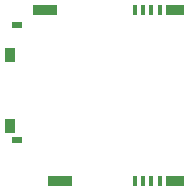
<source format=gbr>
G04 #@! TF.FileFunction,Paste,Bot*
%FSLAX46Y46*%
G04 Gerber Fmt 4.6, Leading zero omitted, Abs format (unit mm)*
G04 Created by KiCad (PCBNEW 4.0.3+e1-6302~38~ubuntu14.04.1-stable) date Wed Sep 28 21:03:55 2016*
%MOMM*%
%LPD*%
G01*
G04 APERTURE LIST*
%ADD10C,0.100000*%
%ADD11R,0.950000X1.200000*%
%ADD12R,0.900000X0.500000*%
%ADD13R,2.000000X0.900000*%
%ADD14R,0.450000X0.900000*%
%ADD15R,1.500000X0.900000*%
G04 APERTURE END LIST*
D10*
D11*
X160275000Y-87775000D03*
X160275000Y-93775000D03*
D12*
X160850000Y-85225000D03*
X160850000Y-94975000D03*
D13*
X163200000Y-83950000D03*
X164500000Y-98450000D03*
D14*
X170835000Y-98450000D03*
X171535000Y-98450000D03*
X172235000Y-98450000D03*
X172935000Y-98450000D03*
X172935000Y-83950000D03*
X172235000Y-83950000D03*
X171535000Y-83950000D03*
X170835000Y-83950000D03*
D15*
X174200000Y-83950000D03*
X174200000Y-98450000D03*
M02*

</source>
